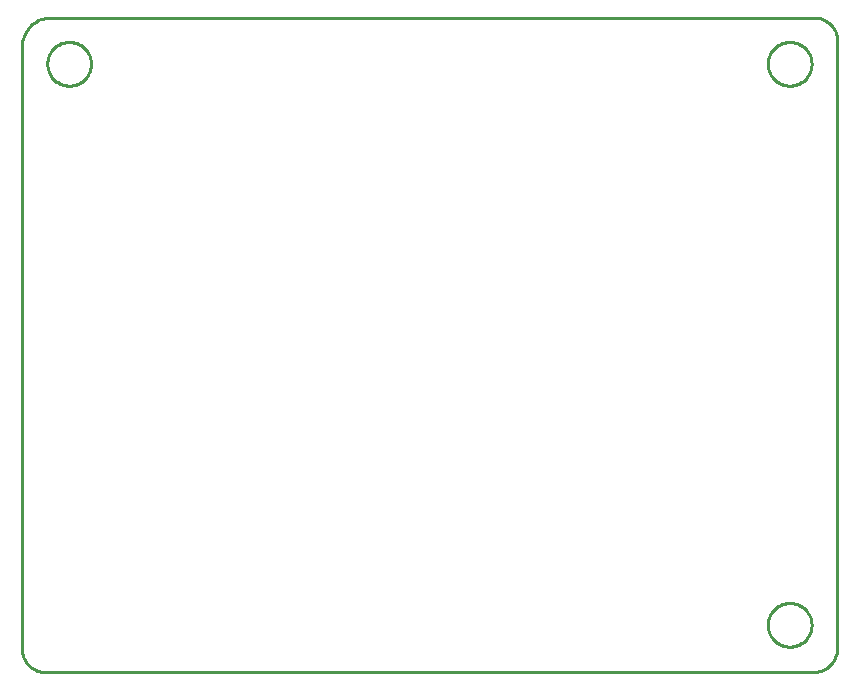
<source format=gbr>
G04 EAGLE Gerber RS-274X export*
G75*
%MOMM*%
%FSLAX34Y34*%
%LPD*%
%IN*%
%IPPOS*%
%AMOC8*
5,1,8,0,0,1.08239X$1,22.5*%
G01*
%ADD10C,0.254000*%


D10*
X0Y20000D02*
X76Y18257D01*
X304Y16527D01*
X681Y14824D01*
X1206Y13160D01*
X1874Y11548D01*
X2680Y10000D01*
X3617Y8528D01*
X4679Y7144D01*
X5858Y5858D01*
X7144Y4679D01*
X8528Y3617D01*
X10000Y2680D01*
X11548Y1874D01*
X13160Y1206D01*
X14824Y681D01*
X16527Y304D01*
X18257Y76D01*
X20000Y0D01*
X670000Y0D01*
X671743Y76D01*
X673473Y304D01*
X675176Y681D01*
X676840Y1206D01*
X678452Y1874D01*
X680000Y2680D01*
X681472Y3617D01*
X682856Y4679D01*
X684142Y5858D01*
X685321Y7144D01*
X686383Y8528D01*
X687321Y10000D01*
X688126Y11548D01*
X688794Y13160D01*
X689319Y14824D01*
X689696Y16527D01*
X689924Y18257D01*
X690000Y20000D01*
X690000Y535000D01*
X689928Y536656D01*
X689711Y538299D01*
X689353Y539918D01*
X688854Y541498D01*
X688220Y543030D01*
X687454Y544500D01*
X686564Y545898D01*
X685555Y547213D01*
X684435Y548435D01*
X683213Y549555D01*
X681898Y550564D01*
X680500Y551454D01*
X679030Y552220D01*
X677498Y552854D01*
X675918Y553353D01*
X674299Y553711D01*
X672656Y553928D01*
X671000Y554000D01*
X24000Y554000D01*
X21908Y553909D01*
X19832Y553635D01*
X17788Y553182D01*
X15792Y552553D01*
X13857Y551751D01*
X12000Y550785D01*
X10234Y549660D01*
X8573Y548385D01*
X7029Y546971D01*
X5615Y545427D01*
X4340Y543766D01*
X3215Y542000D01*
X2249Y540143D01*
X1447Y538208D01*
X818Y536212D01*
X365Y534168D01*
X91Y532092D01*
X0Y530000D01*
X0Y20000D01*
X631500Y39394D02*
X631579Y38186D01*
X631737Y36985D01*
X631974Y35797D01*
X632287Y34627D01*
X632676Y33480D01*
X633140Y32361D01*
X633676Y31275D01*
X634281Y30226D01*
X634954Y29218D01*
X635692Y28257D01*
X636490Y27347D01*
X637347Y26490D01*
X638257Y25692D01*
X639218Y24954D01*
X640226Y24281D01*
X641275Y23676D01*
X642361Y23140D01*
X643480Y22676D01*
X644627Y22287D01*
X645797Y21974D01*
X646985Y21737D01*
X648186Y21579D01*
X649394Y21500D01*
X650606Y21500D01*
X651814Y21579D01*
X653015Y21737D01*
X654203Y21974D01*
X655373Y22287D01*
X656520Y22676D01*
X657639Y23140D01*
X658726Y23676D01*
X659775Y24281D01*
X660782Y24954D01*
X661743Y25692D01*
X662653Y26490D01*
X663510Y27347D01*
X664308Y28257D01*
X665046Y29218D01*
X665719Y30226D01*
X666324Y31275D01*
X666860Y32361D01*
X667324Y33480D01*
X667713Y34627D01*
X668026Y35797D01*
X668263Y36985D01*
X668421Y38186D01*
X668500Y39394D01*
X668500Y40606D01*
X668421Y41814D01*
X668263Y43015D01*
X668026Y44203D01*
X667713Y45373D01*
X667324Y46520D01*
X666860Y47639D01*
X666324Y48726D01*
X665719Y49775D01*
X665046Y50782D01*
X664308Y51743D01*
X663510Y52653D01*
X662653Y53510D01*
X661743Y54308D01*
X660782Y55046D01*
X659775Y55719D01*
X658726Y56324D01*
X657639Y56860D01*
X656520Y57324D01*
X655373Y57713D01*
X654203Y58026D01*
X653015Y58263D01*
X651814Y58421D01*
X650606Y58500D01*
X649394Y58500D01*
X648186Y58421D01*
X646985Y58263D01*
X645797Y58026D01*
X644627Y57713D01*
X643480Y57324D01*
X642361Y56860D01*
X641275Y56324D01*
X640226Y55719D01*
X639218Y55046D01*
X638257Y54308D01*
X637347Y53510D01*
X636490Y52653D01*
X635692Y51743D01*
X634954Y50782D01*
X634281Y49775D01*
X633676Y48726D01*
X633140Y47639D01*
X632676Y46520D01*
X632287Y45373D01*
X631974Y44203D01*
X631737Y43015D01*
X631579Y41814D01*
X631500Y40606D01*
X631500Y39394D01*
X21500Y514394D02*
X21579Y513186D01*
X21737Y511985D01*
X21974Y510797D01*
X22287Y509627D01*
X22676Y508480D01*
X23140Y507361D01*
X23676Y506275D01*
X24281Y505226D01*
X24954Y504218D01*
X25692Y503257D01*
X26490Y502347D01*
X27347Y501490D01*
X28257Y500692D01*
X29218Y499954D01*
X30226Y499281D01*
X31275Y498676D01*
X32361Y498140D01*
X33480Y497676D01*
X34627Y497287D01*
X35797Y496974D01*
X36985Y496737D01*
X38186Y496579D01*
X39394Y496500D01*
X40606Y496500D01*
X41814Y496579D01*
X43015Y496737D01*
X44203Y496974D01*
X45373Y497287D01*
X46520Y497676D01*
X47639Y498140D01*
X48726Y498676D01*
X49775Y499281D01*
X50782Y499954D01*
X51743Y500692D01*
X52653Y501490D01*
X53510Y502347D01*
X54308Y503257D01*
X55046Y504218D01*
X55719Y505226D01*
X56324Y506275D01*
X56860Y507361D01*
X57324Y508480D01*
X57713Y509627D01*
X58026Y510797D01*
X58263Y511985D01*
X58421Y513186D01*
X58500Y514394D01*
X58500Y515606D01*
X58421Y516814D01*
X58263Y518015D01*
X58026Y519203D01*
X57713Y520373D01*
X57324Y521520D01*
X56860Y522639D01*
X56324Y523726D01*
X55719Y524775D01*
X55046Y525782D01*
X54308Y526743D01*
X53510Y527653D01*
X52653Y528510D01*
X51743Y529308D01*
X50782Y530046D01*
X49775Y530719D01*
X48726Y531324D01*
X47639Y531860D01*
X46520Y532324D01*
X45373Y532713D01*
X44203Y533026D01*
X43015Y533263D01*
X41814Y533421D01*
X40606Y533500D01*
X39394Y533500D01*
X38186Y533421D01*
X36985Y533263D01*
X35797Y533026D01*
X34627Y532713D01*
X33480Y532324D01*
X32361Y531860D01*
X31275Y531324D01*
X30226Y530719D01*
X29218Y530046D01*
X28257Y529308D01*
X27347Y528510D01*
X26490Y527653D01*
X25692Y526743D01*
X24954Y525782D01*
X24281Y524775D01*
X23676Y523726D01*
X23140Y522639D01*
X22676Y521520D01*
X22287Y520373D01*
X21974Y519203D01*
X21737Y518015D01*
X21579Y516814D01*
X21500Y515606D01*
X21500Y514394D01*
X631500Y514394D02*
X631579Y513186D01*
X631737Y511985D01*
X631974Y510797D01*
X632287Y509627D01*
X632676Y508480D01*
X633140Y507361D01*
X633676Y506275D01*
X634281Y505226D01*
X634954Y504218D01*
X635692Y503257D01*
X636490Y502347D01*
X637347Y501490D01*
X638257Y500692D01*
X639218Y499954D01*
X640226Y499281D01*
X641275Y498676D01*
X642361Y498140D01*
X643480Y497676D01*
X644627Y497287D01*
X645797Y496974D01*
X646985Y496737D01*
X648186Y496579D01*
X649394Y496500D01*
X650606Y496500D01*
X651814Y496579D01*
X653015Y496737D01*
X654203Y496974D01*
X655373Y497287D01*
X656520Y497676D01*
X657639Y498140D01*
X658726Y498676D01*
X659775Y499281D01*
X660782Y499954D01*
X661743Y500692D01*
X662653Y501490D01*
X663510Y502347D01*
X664308Y503257D01*
X665046Y504218D01*
X665719Y505226D01*
X666324Y506275D01*
X666860Y507361D01*
X667324Y508480D01*
X667713Y509627D01*
X668026Y510797D01*
X668263Y511985D01*
X668421Y513186D01*
X668500Y514394D01*
X668500Y515606D01*
X668421Y516814D01*
X668263Y518015D01*
X668026Y519203D01*
X667713Y520373D01*
X667324Y521520D01*
X666860Y522639D01*
X666324Y523726D01*
X665719Y524775D01*
X665046Y525782D01*
X664308Y526743D01*
X663510Y527653D01*
X662653Y528510D01*
X661743Y529308D01*
X660782Y530046D01*
X659775Y530719D01*
X658726Y531324D01*
X657639Y531860D01*
X656520Y532324D01*
X655373Y532713D01*
X654203Y533026D01*
X653015Y533263D01*
X651814Y533421D01*
X650606Y533500D01*
X649394Y533500D01*
X648186Y533421D01*
X646985Y533263D01*
X645797Y533026D01*
X644627Y532713D01*
X643480Y532324D01*
X642361Y531860D01*
X641275Y531324D01*
X640226Y530719D01*
X639218Y530046D01*
X638257Y529308D01*
X637347Y528510D01*
X636490Y527653D01*
X635692Y526743D01*
X634954Y525782D01*
X634281Y524775D01*
X633676Y523726D01*
X633140Y522639D01*
X632676Y521520D01*
X632287Y520373D01*
X631974Y519203D01*
X631737Y518015D01*
X631579Y516814D01*
X631500Y515606D01*
X631500Y514394D01*
M02*

</source>
